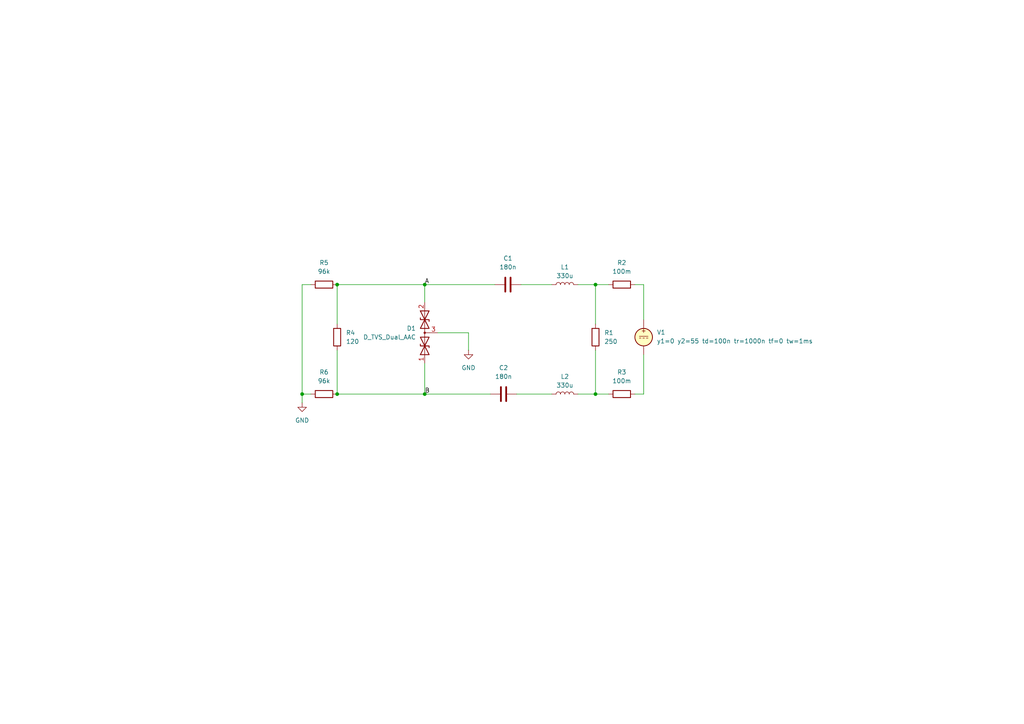
<source format=kicad_sch>
(kicad_sch (version 20231120) (generator "eeschema") (generator_version "8.0")
  (paper "A4")
  (lib_symbols
    (symbol "Device:C" (pin_numbers hide) (pin_names (offset 0.254))
      (property "Reference" "C" (at 0.635 2.54 0))
      (property "Value" "C" (at 0.635 -2.54 0))
      (symbol "C_0_1"
        (polyline (pts (xy -2.032 -0.762) (xy 2.032 -0.762)) (stroke (width 0.508)))
        (polyline (pts (xy -2.032 0.762) (xy 2.032 0.762)) (stroke (width 0.508)))
      )
      (symbol "C_1_1"
        (pin passive line (at 0 3.81 270) (length 2.794) (name "~") (number "1"))
        (pin passive line (at 0 -3.81 90) (length 2.794) (name "~") (number "2"))
      )
    )
    (symbol "Device:D_TVS_Dual_AAC" (pin_names (offset 1.016) hide)
      (property "Reference" "D" (at 0 4.445 0))
      (property "Value" "D_TVS_Dual_AAC" (at 0 2.54 0))
      (symbol "D_TVS_Dual_AAC_0_0"
        (polyline (pts (xy 0 -1.27) (xy 0 0)))
      )
      (symbol "D_TVS_Dual_AAC_0_1"
        (polyline (pts (xy -6.35 0) (xy 6.35 0)))
        (polyline (pts (xy -3.302 1.27) (xy -3.81 1.27) (xy -3.81 -1.27) (xy -4.318 -1.27)) (stroke (width 0.254)))
        (polyline (pts (xy 4.318 1.27) (xy 3.81 1.27) (xy 3.81 -1.27) (xy 3.302 -1.27)) (stroke (width 0.254)))
        (polyline (pts (xy -6.35 1.27) (xy -1.27 -1.27) (xy -1.27 1.27) (xy -6.35 -1.27) (xy -6.35 1.27)) (stroke (width 0.254)))
        (polyline (pts (xy 6.35 1.27) (xy 1.27 -1.27) (xy 1.27 1.27) (xy 6.35 -1.27) (xy 6.35 1.27)) (stroke (width 0.254)))
        (circle (center 0 0) (radius 0.254) (fill (type outline)))
      )
      (symbol "D_TVS_Dual_AAC_1_1"
        (pin passive line (at -8.89 0 0) (length 2.54) (name "A1") (number "1"))
        (pin passive line (at 8.89 0 180) (length 2.54) (name "A2") (number "2"))
        (pin passive line (at 0 -3.81 90) (length 2.54) (name "common") (number "3"))
      )
    )
    (symbol "Device:L" (pin_numbers hide) (pin_names (offset 1.016) hide)
      (property "Reference" "L" (at -1.27 0 90))
      (property "Value" "L" (at 1.905 0 90))
      (symbol "L_0_1"
        (arc (start 0 -2.54) (mid 0.6323 -1.905) (end 0 -1.27))
        (arc (start 0 -1.27) (mid 0.6323 -0.635) (end 0 0))
        (arc (start 0 0) (mid 0.6323 0.635) (end 0 1.27))
        (arc (start 0 1.27) (mid 0.6323 1.905) (end 0 2.54))
      )
      (symbol "L_1_1"
        (pin passive line (at 0 3.81 270) (length 1.27) (name "1") (number "1"))
        (pin passive line (at 0 -3.81 90) (length 1.27) (name "2") (number "2"))
      )
    )
    (symbol "Device:R" (pin_numbers hide) (pin_names (offset 0))
      (property "Reference" "R" (at 2.032 0 90))
      (property "Value" "R" (at 0 0 90))
      (symbol "R_0_1"
        (rectangle (start -1.016 -2.54) (end 1.016 2.54) (stroke (width 0.254)))
      )
      (symbol "R_1_1"
        (pin passive line (at 0 3.81 270) (length 1.27) (name "~") (number "1"))
        (pin passive line (at 0 -3.81 90) (length 1.27) (name "~") (number "2"))
      )
    )
    (symbol "Simulation_SPICE:VDC" (pin_numbers hide) (pin_names (offset 0.0254))
      (property "Reference" "V" (at 2.54 2.54 0))
      (property "Value" "1" (at 2.54 0 0))
      (symbol "VDC_0_0"
        (polyline (pts (xy -1.27 0.254) (xy 1.27 0.254)))
        (polyline (pts (xy -0.762 -0.254) (xy -1.27 -0.254)))
        (polyline (pts (xy 0.254 -0.254) (xy -0.254 -0.254)))
        (polyline (pts (xy 1.27 -0.254) (xy 0.762 -0.254)))
        (text "+" (at 0 1.905 0) (effects (font (size 1.27 1.27))))
      )
      (symbol "VDC_0_1"
        (circle (center 0 0) (radius 2.54) (stroke (width 0.254)) (fill (type background)))
      )
      (symbol "VDC_1_1"
        (pin passive line (at 0 5.08 270) (length 2.54) (name "~") (number "1"))
        (pin passive line (at 0 -5.08 90) (length 2.54) (name "~") (number "2"))
      )
    )
    (symbol "power:GND" (power) (pin_numbers hide) (pin_names (offset 0) hide)
      (property "Value" "GND" (at 0 -3.81 0))
      (symbol "GND_0_1"
        (polyline (pts (xy 0 0) (xy 0 -1.27) (xy 1.27 -1.27) (xy 0 -2.54) (xy -1.27 -1.27) (xy 0 -1.27)))
      )
      (symbol "GND_1_1"
        (pin power_in line (at 0 0 270) (length 0) (name "~") (number "1"))
      )
    )
  )
  (junction (at 123.19 82.55))
  (junction (at 97.79 114.3))
  (junction (at 172.72 82.55))
  (junction (at 97.79 82.55))
  (junction (at 172.72 114.3))
  (junction (at 123.19 114.3))
  (junction (at 87.63 114.3))
  (wire (pts (xy 149.86 114.3) (xy 160.02 114.3)))
  (wire (pts (xy 186.69 114.3) (xy 186.69 102.87)))
  (wire (pts (xy 97.79 93.98) (xy 97.79 82.55)))
  (wire (pts (xy 167.64 114.3) (xy 172.72 114.3)))
  (wire (pts (xy 151.13 82.55) (xy 160.02 82.55)))
  (wire (pts (xy 87.63 82.55) (xy 87.63 114.3)))
  (wire (pts (xy 87.63 82.55) (xy 90.17 82.55)))
  (wire (pts (xy 172.72 114.3) (xy 176.53 114.3)))
  (wire (pts (xy 87.63 114.3) (xy 90.17 114.3)))
  (wire (pts (xy 87.63 114.3) (xy 87.63 116.84)))
  (wire (pts (xy 167.64 82.55) (xy 172.72 82.55)))
  (wire (pts (xy 172.72 82.55) (xy 172.72 93.98)))
  (wire (pts (xy 97.79 114.3) (xy 97.79 101.6)))
  (wire (pts (xy 135.89 96.52) (xy 135.89 101.6)))
  (wire (pts (xy 186.69 82.55) (xy 186.69 92.71)))
  (wire (pts (xy 123.19 82.55) (xy 143.51 82.55)))
  (wire (pts (xy 123.19 114.3) (xy 123.19 105.41)))
  (wire (pts (xy 184.15 114.3) (xy 186.69 114.3)))
  (wire (pts (xy 142.24 114.3) (xy 123.19 114.3)))
  (wire (pts (xy 97.79 82.55) (xy 123.19 82.55)))
  (wire (pts (xy 172.72 82.55) (xy 176.53 82.55)))
  (wire (pts (xy 127 96.52) (xy 135.89 96.52)))
  (wire (pts (xy 172.72 101.6) (xy 172.72 114.3)))
  (wire (pts (xy 123.19 114.3) (xy 97.79 114.3)))
  (wire (pts (xy 184.15 82.55) (xy 186.69 82.55)))
  (wire (pts (xy 123.19 87.63) (xy 123.19 82.55)))
  (label "A" (at 123.19 82.55 0))
  (label "B" (at 123.19 114.3 0))
  (symbol (lib_id "power:GND") (at 135.89 101.6 0) (unit 1)
    (property "Reference" "#PWR01" (effects (hide yes)))
    (property "Value" "GND" (at 135.89 106.68 0))
    (property "Description" "Power symbol creates a global label with name \"GND\" , ground" (effects (hide yes)))
  )
  (symbol (lib_id "Device:R") (at 172.72 97.79 0) (unit 1)
    (property "Reference" "R1" (at 175.26 96.5199 0) (effects (justify left)))
    (property "Value" "250" (at 175.26 99.0599 0) (effects (justify left)))
    (property "Description" "Resistor" (effects (hide yes)))
  )
  (symbol (lib_id "Device:R") (at 180.34 114.3 90) (unit 1)
    (property "Reference" "R3" (at 180.34 107.95 90))
    (property "Value" "100m" (at 180.34 110.49 90))
    (property "Description" "Resistor" (effects (hide yes)))
  )
  (symbol (lib_id "power:GND") (at 87.63 116.84 0) (unit 1)
    (property "Reference" "#PWR02" (effects (hide yes)))
    (property "Value" "GND" (at 87.63 121.92 0))
    (property "Description" "Power symbol creates a global label with name \"GND\" , ground" (effects (hide yes)))
  )
  (symbol (lib_id "Device:R") (at 97.79 97.79 0) (unit 1)
    (property "Reference" "R4" (at 100.33 96.5199 0) (effects (justify left)))
    (property "Value" "120" (at 100.33 99.0599 0) (effects (justify left)))
    (property "Description" "Resistor" (effects (hide yes)))
  )
  (symbol (lib_id "Device:R") (at 180.34 82.55 90) (unit 1)
    (property "Reference" "R2" (at 180.34 76.2 90))
    (property "Value" "100m" (at 180.34 78.74 90))
    (property "Description" "Resistor" (effects (hide yes)))
  )
  (symbol (lib_id "Device:L") (at 163.83 82.55 90) (unit 1)
    (property "Reference" "L1" (at 163.83 77.47 90))
    (property "Value" "330u" (at 163.83 80.01 90))
    (property "Description" "Inductor" (effects (hide yes)))
  )
  (symbol (lib_id "Device:C") (at 146.05 114.3 90) (unit 1)
    (property "Reference" "C2" (at 146.05 106.68 90))
    (property "Value" "180n" (at 146.05 109.22 90))
    (property "Description" "Unpolarized capacitor" (effects (hide yes)))
  )
  (symbol (lib_id "Device:R") (at 93.98 114.3 90) (unit 1)
    (property "Reference" "R6" (at 93.98 107.95 90))
    (property "Value" "96k" (at 93.98 110.49 90))
    (property "Description" "Resistor" (effects (hide yes)))
  )
  (symbol (lib_id "Device:C") (at 147.32 82.55 90) (unit 1)
    (property "Reference" "C1" (at 147.32 74.93 90))
    (property "Value" "180n" (at 147.32 77.47 90))
    (property "Description" "Unpolarized capacitor" (effects (hide yes)))
  )
  (symbol (lib_id "Device:L") (at 163.83 114.3 90) (unit 1)
    (property "Reference" "L2" (at 163.83 109.22 90))
    (property "Value" "330u" (at 163.83 111.76 90))
    (property "Description" "Inductor" (effects (hide yes)))
  )
  (symbol (lib_id "Device:R") (at 93.98 82.55 90) (unit 1)
    (property "Reference" "R5" (at 93.98 76.2 90))
    (property "Value" "96k" (at 93.98 78.74 90))
    (property "Description" "Resistor" (effects (hide yes)))
  )
  (symbol (lib_id "Device:D_TVS_Dual_AAC") (at 123.19 96.52 90) (unit 1)
    (property "Reference" "D1" (at 120.65 95.2499 90) (effects (justify left)))
    (property "Value" "D_TVS_Dual_AAC" (at 120.65 97.7899 90) (effects (justify left)))
    (property "Description" "Bidirectional dual transient-voltage-suppression diode, center on pin 3" (effects (hide yes)))
    (property "Sim.Library" "devel/github.com/formicidae-tracker/hardware/ecad/lib/CDSOT23-SM712_SPICE.lib" (effects (hide yes)))
    (property "Sim.Name" "CDSOT23-SM712" (effects (hide yes)))
    (property "Sim.Device" "SUBCKT" (effects (hide yes)))
    (property "Sim.Pins" "1=1 2=2 3=3" (effects (hide yes)))
  )
  (symbol (lib_id "Simulation_SPICE:VDC") (at 186.69 97.79 0) (unit 1)
    (property "Reference" "V1" (at 190.5 96.3901 0) (effects (justify left)))
    (property "Value" "${SIM.PARAMS}" (at 190.5 98.9301 0) (effects (justify left)))
    (property "Datasheet" "https://ngspice.sourceforge.io/docs/ngspice-html-manual/manual.xhtml#sec_Independent_Sources_for" (effects (hide yes)))
    (property "Description" "Voltage source, DC" (effects (hide yes)))
    (property "Sim.Pins" "1=+ 2=-" (effects (hide yes)))
    (property "Sim.Type" "PULSE" (effects (hide yes)))
    (property "Sim.Device" "V" (effects (hide yes)))
    (property "Sim.Params" "y1=0 y2=55 td=100n tr=1000n tf=0 tw=1ms" (effects (hide yes)))
  )
)
</source>
